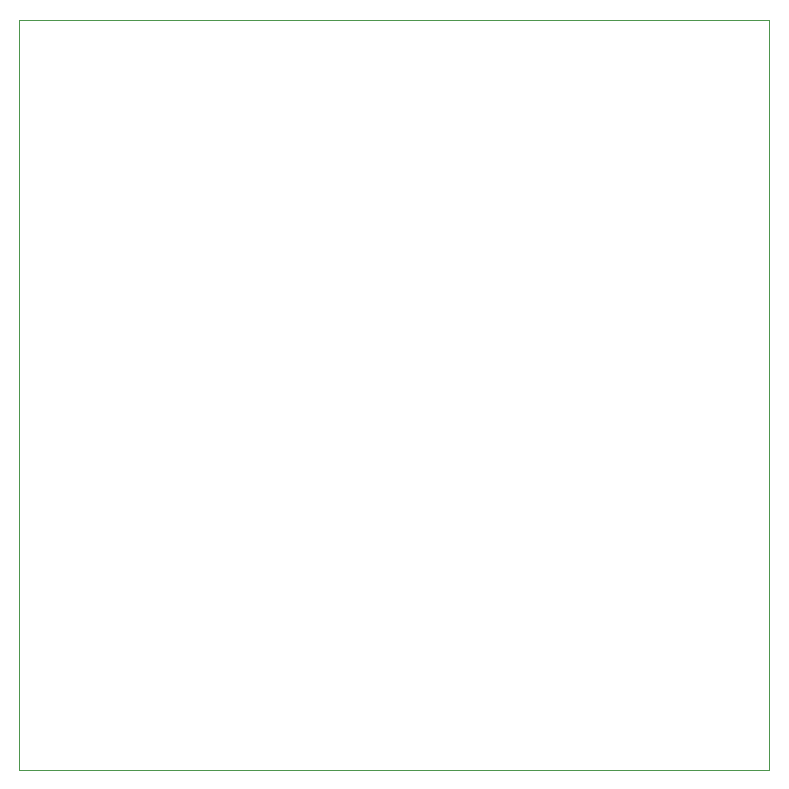
<source format=gbr>
%TF.GenerationSoftware,KiCad,Pcbnew,(5.99.0-9885-g7a8abcadd2)*%
%TF.CreationDate,2021-03-25T06:13:52-06:00*%
%TF.ProjectId,spinnybot-motherboad,7370696e-6e79-4626-9f74-2d6d6f746865,rev?*%
%TF.SameCoordinates,Original*%
%TF.FileFunction,Profile,NP*%
%FSLAX46Y46*%
G04 Gerber Fmt 4.6, Leading zero omitted, Abs format (unit mm)*
G04 Created by KiCad (PCBNEW (5.99.0-9885-g7a8abcadd2)) date 2021-03-25 06:13:52*
%MOMM*%
%LPD*%
G01*
G04 APERTURE LIST*
%TA.AperFunction,Profile*%
%ADD10C,0.100000*%
%TD*%
G04 APERTURE END LIST*
D10*
X76200000Y-50800000D02*
X139700000Y-50800000D01*
X139700000Y-50800000D02*
X139700000Y-114300000D01*
X139700000Y-114300000D02*
X76200000Y-114300000D01*
X76200000Y-114300000D02*
X76200000Y-50800000D01*
M02*

</source>
